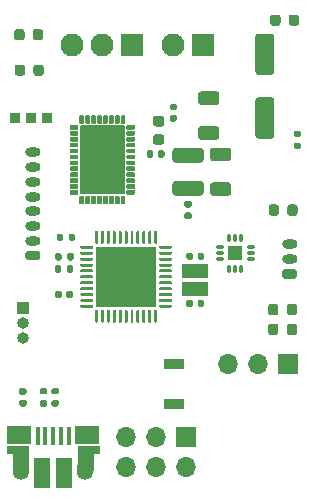
<source format=gbr>
%TF.GenerationSoftware,KiCad,Pcbnew,(5.1.9)-1*%
%TF.CreationDate,2021-05-05T16:58:35+02:00*%
%TF.ProjectId,Driverino,44726976-6572-4696-9e6f-2e6b69636164,rev?*%
%TF.SameCoordinates,Original*%
%TF.FileFunction,Soldermask,Top*%
%TF.FilePolarity,Negative*%
%FSLAX46Y46*%
G04 Gerber Fmt 4.6, Leading zero omitted, Abs format (unit mm)*
G04 Created by KiCad (PCBNEW (5.1.9)-1) date 2021-05-05 16:58:35*
%MOMM*%
%LPD*%
G01*
G04 APERTURE LIST*
%ADD10R,0.900000X0.900000*%
%ADD11O,1.000000X1.000000*%
%ADD12R,1.000000X1.000000*%
%ADD13R,2.200000X1.150000*%
%ADD14R,1.700000X1.700000*%
%ADD15O,1.700000X1.700000*%
%ADD16R,1.950000X1.950000*%
%ADD17C,1.950000*%
%ADD18C,0.540000*%
%ADD19R,1.350000X2.000000*%
%ADD20R,1.825000X0.700000*%
%ADD21R,2.000000X1.500000*%
%ADD22R,0.400000X1.650000*%
%ADD23O,1.100000X1.500000*%
%ADD24O,1.350000X1.700000*%
%ADD25R,1.430000X2.500000*%
%ADD26O,1.300000X0.800000*%
%ADD27R,1.700000X0.900000*%
%ADD28R,5.200000X5.200000*%
%ADD29O,0.800000X0.300000*%
%ADD30O,0.300000X0.800000*%
%ADD31R,1.300000X1.300000*%
G04 APERTURE END LIST*
%TO.C,F1*%
G36*
G01*
X133577500Y-109290000D02*
X133922500Y-109290000D01*
G75*
G02*
X134070000Y-109437500I0J-147500D01*
G01*
X134070000Y-109732500D01*
G75*
G02*
X133922500Y-109880000I-147500J0D01*
G01*
X133577500Y-109880000D01*
G75*
G02*
X133430000Y-109732500I0J147500D01*
G01*
X133430000Y-109437500D01*
G75*
G02*
X133577500Y-109290000I147500J0D01*
G01*
G37*
G36*
G01*
X133577500Y-108320000D02*
X133922500Y-108320000D01*
G75*
G02*
X134070000Y-108467500I0J-147500D01*
G01*
X134070000Y-108762500D01*
G75*
G02*
X133922500Y-108910000I-147500J0D01*
G01*
X133577500Y-108910000D01*
G75*
G02*
X133430000Y-108762500I0J147500D01*
G01*
X133430000Y-108467500D01*
G75*
G02*
X133577500Y-108320000I147500J0D01*
G01*
G37*
%TD*%
D10*
%TO.C,JP2*%
X133100000Y-85450000D03*
X135800000Y-85450000D03*
X134450000Y-85450000D03*
%TD*%
D11*
%TO.C,JP1*%
X133750000Y-104120000D03*
X133750000Y-102850000D03*
D12*
X133750000Y-101580000D03*
%TD*%
D13*
%TO.C,Y1*%
X148350000Y-98375000D03*
X148350000Y-99925000D03*
%TD*%
D14*
%TO.C,P2*%
X147540000Y-112480000D03*
D15*
X147540000Y-115020000D03*
X145000000Y-112480000D03*
X145000000Y-115020000D03*
X142460000Y-112480000D03*
X142460000Y-115020000D03*
%TD*%
D16*
%TO.C,P7*%
X143040000Y-79300000D03*
D17*
X140500000Y-79300000D03*
X137960000Y-79300000D03*
%TD*%
%TO.C,U3*%
G36*
G01*
X142608000Y-91555000D02*
X143192000Y-91555000D01*
G75*
G02*
X143270000Y-91633000I0J-78000D01*
G01*
X143270000Y-91867000D01*
G75*
G02*
X143192000Y-91945000I-78000J0D01*
G01*
X142608000Y-91945000D01*
G75*
G02*
X142530000Y-91867000I0J78000D01*
G01*
X142530000Y-91633000D01*
G75*
G02*
X142608000Y-91555000I78000J0D01*
G01*
G37*
G36*
G01*
X142608000Y-91055000D02*
X143192000Y-91055000D01*
G75*
G02*
X143270000Y-91133000I0J-78000D01*
G01*
X143270000Y-91367000D01*
G75*
G02*
X143192000Y-91445000I-78000J0D01*
G01*
X142608000Y-91445000D01*
G75*
G02*
X142530000Y-91367000I0J78000D01*
G01*
X142530000Y-91133000D01*
G75*
G02*
X142608000Y-91055000I78000J0D01*
G01*
G37*
G36*
G01*
X142608000Y-90555000D02*
X143192000Y-90555000D01*
G75*
G02*
X143270000Y-90633000I0J-78000D01*
G01*
X143270000Y-90867000D01*
G75*
G02*
X143192000Y-90945000I-78000J0D01*
G01*
X142608000Y-90945000D01*
G75*
G02*
X142530000Y-90867000I0J78000D01*
G01*
X142530000Y-90633000D01*
G75*
G02*
X142608000Y-90555000I78000J0D01*
G01*
G37*
G36*
G01*
X142608000Y-90055000D02*
X143192000Y-90055000D01*
G75*
G02*
X143270000Y-90133000I0J-78000D01*
G01*
X143270000Y-90367000D01*
G75*
G02*
X143192000Y-90445000I-78000J0D01*
G01*
X142608000Y-90445000D01*
G75*
G02*
X142530000Y-90367000I0J78000D01*
G01*
X142530000Y-90133000D01*
G75*
G02*
X142608000Y-90055000I78000J0D01*
G01*
G37*
G36*
G01*
X142608000Y-89555000D02*
X143192000Y-89555000D01*
G75*
G02*
X143270000Y-89633000I0J-78000D01*
G01*
X143270000Y-89867000D01*
G75*
G02*
X143192000Y-89945000I-78000J0D01*
G01*
X142608000Y-89945000D01*
G75*
G02*
X142530000Y-89867000I0J78000D01*
G01*
X142530000Y-89633000D01*
G75*
G02*
X142608000Y-89555000I78000J0D01*
G01*
G37*
G36*
G01*
X142608000Y-89055000D02*
X143192000Y-89055000D01*
G75*
G02*
X143270000Y-89133000I0J-78000D01*
G01*
X143270000Y-89367000D01*
G75*
G02*
X143192000Y-89445000I-78000J0D01*
G01*
X142608000Y-89445000D01*
G75*
G02*
X142530000Y-89367000I0J78000D01*
G01*
X142530000Y-89133000D01*
G75*
G02*
X142608000Y-89055000I78000J0D01*
G01*
G37*
G36*
G01*
X142608000Y-88555000D02*
X143192000Y-88555000D01*
G75*
G02*
X143270000Y-88633000I0J-78000D01*
G01*
X143270000Y-88867000D01*
G75*
G02*
X143192000Y-88945000I-78000J0D01*
G01*
X142608000Y-88945000D01*
G75*
G02*
X142530000Y-88867000I0J78000D01*
G01*
X142530000Y-88633000D01*
G75*
G02*
X142608000Y-88555000I78000J0D01*
G01*
G37*
G36*
G01*
X142608000Y-88055000D02*
X143192000Y-88055000D01*
G75*
G02*
X143270000Y-88133000I0J-78000D01*
G01*
X143270000Y-88367000D01*
G75*
G02*
X143192000Y-88445000I-78000J0D01*
G01*
X142608000Y-88445000D01*
G75*
G02*
X142530000Y-88367000I0J78000D01*
G01*
X142530000Y-88133000D01*
G75*
G02*
X142608000Y-88055000I78000J0D01*
G01*
G37*
G36*
G01*
X142608000Y-87555000D02*
X143192000Y-87555000D01*
G75*
G02*
X143270000Y-87633000I0J-78000D01*
G01*
X143270000Y-87867000D01*
G75*
G02*
X143192000Y-87945000I-78000J0D01*
G01*
X142608000Y-87945000D01*
G75*
G02*
X142530000Y-87867000I0J78000D01*
G01*
X142530000Y-87633000D01*
G75*
G02*
X142608000Y-87555000I78000J0D01*
G01*
G37*
G36*
G01*
X142608000Y-87055000D02*
X143192000Y-87055000D01*
G75*
G02*
X143270000Y-87133000I0J-78000D01*
G01*
X143270000Y-87367000D01*
G75*
G02*
X143192000Y-87445000I-78000J0D01*
G01*
X142608000Y-87445000D01*
G75*
G02*
X142530000Y-87367000I0J78000D01*
G01*
X142530000Y-87133000D01*
G75*
G02*
X142608000Y-87055000I78000J0D01*
G01*
G37*
G36*
G01*
X142608000Y-86555000D02*
X143192000Y-86555000D01*
G75*
G02*
X143270000Y-86633000I0J-78000D01*
G01*
X143270000Y-86867000D01*
G75*
G02*
X143192000Y-86945000I-78000J0D01*
G01*
X142608000Y-86945000D01*
G75*
G02*
X142530000Y-86867000I0J78000D01*
G01*
X142530000Y-86633000D01*
G75*
G02*
X142608000Y-86555000I78000J0D01*
G01*
G37*
G36*
G01*
X142608000Y-86055000D02*
X143192000Y-86055000D01*
G75*
G02*
X143270000Y-86133000I0J-78000D01*
G01*
X143270000Y-86367000D01*
G75*
G02*
X143192000Y-86445000I-78000J0D01*
G01*
X142608000Y-86445000D01*
G75*
G02*
X142530000Y-86367000I0J78000D01*
G01*
X142530000Y-86133000D01*
G75*
G02*
X142608000Y-86055000I78000J0D01*
G01*
G37*
G36*
G01*
X142055000Y-85892000D02*
X142055000Y-85308000D01*
G75*
G02*
X142133000Y-85230000I78000J0D01*
G01*
X142367000Y-85230000D01*
G75*
G02*
X142445000Y-85308000I0J-78000D01*
G01*
X142445000Y-85892000D01*
G75*
G02*
X142367000Y-85970000I-78000J0D01*
G01*
X142133000Y-85970000D01*
G75*
G02*
X142055000Y-85892000I0J78000D01*
G01*
G37*
G36*
G01*
X141555000Y-85892000D02*
X141555000Y-85308000D01*
G75*
G02*
X141633000Y-85230000I78000J0D01*
G01*
X141867000Y-85230000D01*
G75*
G02*
X141945000Y-85308000I0J-78000D01*
G01*
X141945000Y-85892000D01*
G75*
G02*
X141867000Y-85970000I-78000J0D01*
G01*
X141633000Y-85970000D01*
G75*
G02*
X141555000Y-85892000I0J78000D01*
G01*
G37*
G36*
G01*
X141055000Y-85892000D02*
X141055000Y-85308000D01*
G75*
G02*
X141133000Y-85230000I78000J0D01*
G01*
X141367000Y-85230000D01*
G75*
G02*
X141445000Y-85308000I0J-78000D01*
G01*
X141445000Y-85892000D01*
G75*
G02*
X141367000Y-85970000I-78000J0D01*
G01*
X141133000Y-85970000D01*
G75*
G02*
X141055000Y-85892000I0J78000D01*
G01*
G37*
G36*
G01*
X140555000Y-85892000D02*
X140555000Y-85308000D01*
G75*
G02*
X140633000Y-85230000I78000J0D01*
G01*
X140867000Y-85230000D01*
G75*
G02*
X140945000Y-85308000I0J-78000D01*
G01*
X140945000Y-85892000D01*
G75*
G02*
X140867000Y-85970000I-78000J0D01*
G01*
X140633000Y-85970000D01*
G75*
G02*
X140555000Y-85892000I0J78000D01*
G01*
G37*
G36*
G01*
X140055000Y-85892000D02*
X140055000Y-85308000D01*
G75*
G02*
X140133000Y-85230000I78000J0D01*
G01*
X140367000Y-85230000D01*
G75*
G02*
X140445000Y-85308000I0J-78000D01*
G01*
X140445000Y-85892000D01*
G75*
G02*
X140367000Y-85970000I-78000J0D01*
G01*
X140133000Y-85970000D01*
G75*
G02*
X140055000Y-85892000I0J78000D01*
G01*
G37*
G36*
G01*
X139555000Y-85892000D02*
X139555000Y-85308000D01*
G75*
G02*
X139633000Y-85230000I78000J0D01*
G01*
X139867000Y-85230000D01*
G75*
G02*
X139945000Y-85308000I0J-78000D01*
G01*
X139945000Y-85892000D01*
G75*
G02*
X139867000Y-85970000I-78000J0D01*
G01*
X139633000Y-85970000D01*
G75*
G02*
X139555000Y-85892000I0J78000D01*
G01*
G37*
G36*
G01*
X139055000Y-85892000D02*
X139055000Y-85308000D01*
G75*
G02*
X139133000Y-85230000I78000J0D01*
G01*
X139367000Y-85230000D01*
G75*
G02*
X139445000Y-85308000I0J-78000D01*
G01*
X139445000Y-85892000D01*
G75*
G02*
X139367000Y-85970000I-78000J0D01*
G01*
X139133000Y-85970000D01*
G75*
G02*
X139055000Y-85892000I0J78000D01*
G01*
G37*
G36*
G01*
X138555000Y-85892000D02*
X138555000Y-85308000D01*
G75*
G02*
X138633000Y-85230000I78000J0D01*
G01*
X138867000Y-85230000D01*
G75*
G02*
X138945000Y-85308000I0J-78000D01*
G01*
X138945000Y-85892000D01*
G75*
G02*
X138867000Y-85970000I-78000J0D01*
G01*
X138633000Y-85970000D01*
G75*
G02*
X138555000Y-85892000I0J78000D01*
G01*
G37*
G36*
G01*
X137808000Y-86055000D02*
X138392000Y-86055000D01*
G75*
G02*
X138470000Y-86133000I0J-78000D01*
G01*
X138470000Y-86367000D01*
G75*
G02*
X138392000Y-86445000I-78000J0D01*
G01*
X137808000Y-86445000D01*
G75*
G02*
X137730000Y-86367000I0J78000D01*
G01*
X137730000Y-86133000D01*
G75*
G02*
X137808000Y-86055000I78000J0D01*
G01*
G37*
G36*
G01*
X137808000Y-86555000D02*
X138392000Y-86555000D01*
G75*
G02*
X138470000Y-86633000I0J-78000D01*
G01*
X138470000Y-86867000D01*
G75*
G02*
X138392000Y-86945000I-78000J0D01*
G01*
X137808000Y-86945000D01*
G75*
G02*
X137730000Y-86867000I0J78000D01*
G01*
X137730000Y-86633000D01*
G75*
G02*
X137808000Y-86555000I78000J0D01*
G01*
G37*
G36*
G01*
X137808000Y-87055000D02*
X138392000Y-87055000D01*
G75*
G02*
X138470000Y-87133000I0J-78000D01*
G01*
X138470000Y-87367000D01*
G75*
G02*
X138392000Y-87445000I-78000J0D01*
G01*
X137808000Y-87445000D01*
G75*
G02*
X137730000Y-87367000I0J78000D01*
G01*
X137730000Y-87133000D01*
G75*
G02*
X137808000Y-87055000I78000J0D01*
G01*
G37*
G36*
G01*
X137808000Y-87555000D02*
X138392000Y-87555000D01*
G75*
G02*
X138470000Y-87633000I0J-78000D01*
G01*
X138470000Y-87867000D01*
G75*
G02*
X138392000Y-87945000I-78000J0D01*
G01*
X137808000Y-87945000D01*
G75*
G02*
X137730000Y-87867000I0J78000D01*
G01*
X137730000Y-87633000D01*
G75*
G02*
X137808000Y-87555000I78000J0D01*
G01*
G37*
G36*
G01*
X137808000Y-88055000D02*
X138392000Y-88055000D01*
G75*
G02*
X138470000Y-88133000I0J-78000D01*
G01*
X138470000Y-88367000D01*
G75*
G02*
X138392000Y-88445000I-78000J0D01*
G01*
X137808000Y-88445000D01*
G75*
G02*
X137730000Y-88367000I0J78000D01*
G01*
X137730000Y-88133000D01*
G75*
G02*
X137808000Y-88055000I78000J0D01*
G01*
G37*
G36*
G01*
X137808000Y-88555000D02*
X138392000Y-88555000D01*
G75*
G02*
X138470000Y-88633000I0J-78000D01*
G01*
X138470000Y-88867000D01*
G75*
G02*
X138392000Y-88945000I-78000J0D01*
G01*
X137808000Y-88945000D01*
G75*
G02*
X137730000Y-88867000I0J78000D01*
G01*
X137730000Y-88633000D01*
G75*
G02*
X137808000Y-88555000I78000J0D01*
G01*
G37*
G36*
G01*
X137808000Y-89055000D02*
X138392000Y-89055000D01*
G75*
G02*
X138470000Y-89133000I0J-78000D01*
G01*
X138470000Y-89367000D01*
G75*
G02*
X138392000Y-89445000I-78000J0D01*
G01*
X137808000Y-89445000D01*
G75*
G02*
X137730000Y-89367000I0J78000D01*
G01*
X137730000Y-89133000D01*
G75*
G02*
X137808000Y-89055000I78000J0D01*
G01*
G37*
G36*
G01*
X137808000Y-89555000D02*
X138392000Y-89555000D01*
G75*
G02*
X138470000Y-89633000I0J-78000D01*
G01*
X138470000Y-89867000D01*
G75*
G02*
X138392000Y-89945000I-78000J0D01*
G01*
X137808000Y-89945000D01*
G75*
G02*
X137730000Y-89867000I0J78000D01*
G01*
X137730000Y-89633000D01*
G75*
G02*
X137808000Y-89555000I78000J0D01*
G01*
G37*
G36*
G01*
X137808000Y-90055000D02*
X138392000Y-90055000D01*
G75*
G02*
X138470000Y-90133000I0J-78000D01*
G01*
X138470000Y-90367000D01*
G75*
G02*
X138392000Y-90445000I-78000J0D01*
G01*
X137808000Y-90445000D01*
G75*
G02*
X137730000Y-90367000I0J78000D01*
G01*
X137730000Y-90133000D01*
G75*
G02*
X137808000Y-90055000I78000J0D01*
G01*
G37*
G36*
G01*
X137808000Y-90555000D02*
X138392000Y-90555000D01*
G75*
G02*
X138470000Y-90633000I0J-78000D01*
G01*
X138470000Y-90867000D01*
G75*
G02*
X138392000Y-90945000I-78000J0D01*
G01*
X137808000Y-90945000D01*
G75*
G02*
X137730000Y-90867000I0J78000D01*
G01*
X137730000Y-90633000D01*
G75*
G02*
X137808000Y-90555000I78000J0D01*
G01*
G37*
G36*
G01*
X137808000Y-91055000D02*
X138392000Y-91055000D01*
G75*
G02*
X138470000Y-91133000I0J-78000D01*
G01*
X138470000Y-91367000D01*
G75*
G02*
X138392000Y-91445000I-78000J0D01*
G01*
X137808000Y-91445000D01*
G75*
G02*
X137730000Y-91367000I0J78000D01*
G01*
X137730000Y-91133000D01*
G75*
G02*
X137808000Y-91055000I78000J0D01*
G01*
G37*
G36*
G01*
X137808000Y-91555000D02*
X138392000Y-91555000D01*
G75*
G02*
X138470000Y-91633000I0J-78000D01*
G01*
X138470000Y-91867000D01*
G75*
G02*
X138392000Y-91945000I-78000J0D01*
G01*
X137808000Y-91945000D01*
G75*
G02*
X137730000Y-91867000I0J78000D01*
G01*
X137730000Y-91633000D01*
G75*
G02*
X137808000Y-91555000I78000J0D01*
G01*
G37*
G36*
G01*
X138555000Y-92692000D02*
X138555000Y-92108000D01*
G75*
G02*
X138633000Y-92030000I78000J0D01*
G01*
X138867000Y-92030000D01*
G75*
G02*
X138945000Y-92108000I0J-78000D01*
G01*
X138945000Y-92692000D01*
G75*
G02*
X138867000Y-92770000I-78000J0D01*
G01*
X138633000Y-92770000D01*
G75*
G02*
X138555000Y-92692000I0J78000D01*
G01*
G37*
G36*
G01*
X139055000Y-92692000D02*
X139055000Y-92108000D01*
G75*
G02*
X139133000Y-92030000I78000J0D01*
G01*
X139367000Y-92030000D01*
G75*
G02*
X139445000Y-92108000I0J-78000D01*
G01*
X139445000Y-92692000D01*
G75*
G02*
X139367000Y-92770000I-78000J0D01*
G01*
X139133000Y-92770000D01*
G75*
G02*
X139055000Y-92692000I0J78000D01*
G01*
G37*
G36*
G01*
X139555000Y-92692000D02*
X139555000Y-92108000D01*
G75*
G02*
X139633000Y-92030000I78000J0D01*
G01*
X139867000Y-92030000D01*
G75*
G02*
X139945000Y-92108000I0J-78000D01*
G01*
X139945000Y-92692000D01*
G75*
G02*
X139867000Y-92770000I-78000J0D01*
G01*
X139633000Y-92770000D01*
G75*
G02*
X139555000Y-92692000I0J78000D01*
G01*
G37*
G36*
G01*
X140055000Y-92692000D02*
X140055000Y-92108000D01*
G75*
G02*
X140133000Y-92030000I78000J0D01*
G01*
X140367000Y-92030000D01*
G75*
G02*
X140445000Y-92108000I0J-78000D01*
G01*
X140445000Y-92692000D01*
G75*
G02*
X140367000Y-92770000I-78000J0D01*
G01*
X140133000Y-92770000D01*
G75*
G02*
X140055000Y-92692000I0J78000D01*
G01*
G37*
G36*
G01*
X140555000Y-92692000D02*
X140555000Y-92108000D01*
G75*
G02*
X140633000Y-92030000I78000J0D01*
G01*
X140867000Y-92030000D01*
G75*
G02*
X140945000Y-92108000I0J-78000D01*
G01*
X140945000Y-92692000D01*
G75*
G02*
X140867000Y-92770000I-78000J0D01*
G01*
X140633000Y-92770000D01*
G75*
G02*
X140555000Y-92692000I0J78000D01*
G01*
G37*
G36*
G01*
X141055000Y-92692000D02*
X141055000Y-92108000D01*
G75*
G02*
X141133000Y-92030000I78000J0D01*
G01*
X141367000Y-92030000D01*
G75*
G02*
X141445000Y-92108000I0J-78000D01*
G01*
X141445000Y-92692000D01*
G75*
G02*
X141367000Y-92770000I-78000J0D01*
G01*
X141133000Y-92770000D01*
G75*
G02*
X141055000Y-92692000I0J78000D01*
G01*
G37*
G36*
G01*
X141555000Y-92692000D02*
X141555000Y-92108000D01*
G75*
G02*
X141633000Y-92030000I78000J0D01*
G01*
X141867000Y-92030000D01*
G75*
G02*
X141945000Y-92108000I0J-78000D01*
G01*
X141945000Y-92692000D01*
G75*
G02*
X141867000Y-92770000I-78000J0D01*
G01*
X141633000Y-92770000D01*
G75*
G02*
X141555000Y-92692000I0J78000D01*
G01*
G37*
G36*
G01*
X142055000Y-92692000D02*
X142055000Y-92108000D01*
G75*
G02*
X142133000Y-92030000I78000J0D01*
G01*
X142367000Y-92030000D01*
G75*
G02*
X142445000Y-92108000I0J-78000D01*
G01*
X142445000Y-92692000D01*
G75*
G02*
X142367000Y-92770000I-78000J0D01*
G01*
X142133000Y-92770000D01*
G75*
G02*
X142055000Y-92692000I0J78000D01*
G01*
G37*
G36*
G01*
X142420000Y-86150000D02*
X142420000Y-91850000D01*
G75*
G02*
X142350000Y-91920000I-70000J0D01*
G01*
X138650000Y-91920000D01*
G75*
G02*
X138580000Y-91850000I0J70000D01*
G01*
X138580000Y-86150000D01*
G75*
G02*
X138650000Y-86080000I70000J0D01*
G01*
X142350000Y-86080000D01*
G75*
G02*
X142420000Y-86150000I0J-70000D01*
G01*
G37*
D18*
X139875000Y-89000000D03*
X141125000Y-89000000D03*
X142100000Y-89000000D03*
X138900000Y-89000000D03*
X139875000Y-90350000D03*
X141125000Y-90350000D03*
X142100000Y-90350000D03*
X138900000Y-90350000D03*
X139875000Y-91600000D03*
X141125000Y-91600000D03*
X139875000Y-87650000D03*
X141125000Y-87650000D03*
X142100000Y-87650000D03*
X138900000Y-87650000D03*
X139875000Y-86400000D03*
X141125000Y-86400000D03*
%TD*%
%TO.C,C8*%
G36*
G01*
X136490000Y-100570000D02*
X136490000Y-100230000D01*
G75*
G02*
X136630000Y-100090000I140000J0D01*
G01*
X136910000Y-100090000D01*
G75*
G02*
X137050000Y-100230000I0J-140000D01*
G01*
X137050000Y-100570000D01*
G75*
G02*
X136910000Y-100710000I-140000J0D01*
G01*
X136630000Y-100710000D01*
G75*
G02*
X136490000Y-100570000I0J140000D01*
G01*
G37*
G36*
G01*
X137450000Y-100570000D02*
X137450000Y-100230000D01*
G75*
G02*
X137590000Y-100090000I140000J0D01*
G01*
X137870000Y-100090000D01*
G75*
G02*
X138010000Y-100230000I0J-140000D01*
G01*
X138010000Y-100570000D01*
G75*
G02*
X137870000Y-100710000I-140000J0D01*
G01*
X137590000Y-100710000D01*
G75*
G02*
X137450000Y-100570000I0J140000D01*
G01*
G37*
%TD*%
%TO.C,C10*%
G36*
G01*
X147590000Y-101320000D02*
X147590000Y-100980000D01*
G75*
G02*
X147730000Y-100840000I140000J0D01*
G01*
X148010000Y-100840000D01*
G75*
G02*
X148150000Y-100980000I0J-140000D01*
G01*
X148150000Y-101320000D01*
G75*
G02*
X148010000Y-101460000I-140000J0D01*
G01*
X147730000Y-101460000D01*
G75*
G02*
X147590000Y-101320000I0J140000D01*
G01*
G37*
G36*
G01*
X148550000Y-101320000D02*
X148550000Y-100980000D01*
G75*
G02*
X148690000Y-100840000I140000J0D01*
G01*
X148970000Y-100840000D01*
G75*
G02*
X149110000Y-100980000I0J-140000D01*
G01*
X149110000Y-101320000D01*
G75*
G02*
X148970000Y-101460000I-140000J0D01*
G01*
X148690000Y-101460000D01*
G75*
G02*
X148550000Y-101320000I0J140000D01*
G01*
G37*
%TD*%
%TO.C,C11*%
G36*
G01*
X148550000Y-97320000D02*
X148550000Y-96980000D01*
G75*
G02*
X148690000Y-96840000I140000J0D01*
G01*
X148970000Y-96840000D01*
G75*
G02*
X149110000Y-96980000I0J-140000D01*
G01*
X149110000Y-97320000D01*
G75*
G02*
X148970000Y-97460000I-140000J0D01*
G01*
X148690000Y-97460000D01*
G75*
G02*
X148550000Y-97320000I0J140000D01*
G01*
G37*
G36*
G01*
X147590000Y-97320000D02*
X147590000Y-96980000D01*
G75*
G02*
X147730000Y-96840000I140000J0D01*
G01*
X148010000Y-96840000D01*
G75*
G02*
X148150000Y-96980000I0J-140000D01*
G01*
X148150000Y-97320000D01*
G75*
G02*
X148010000Y-97460000I-140000J0D01*
G01*
X147730000Y-97460000D01*
G75*
G02*
X147590000Y-97320000I0J140000D01*
G01*
G37*
%TD*%
%TO.C,C17*%
G36*
G01*
X154800000Y-87200000D02*
X153700000Y-87200000D01*
G75*
G02*
X153450000Y-86950000I0J250000D01*
G01*
X153450000Y-83950000D01*
G75*
G02*
X153700000Y-83700000I250000J0D01*
G01*
X154800000Y-83700000D01*
G75*
G02*
X155050000Y-83950000I0J-250000D01*
G01*
X155050000Y-86950000D01*
G75*
G02*
X154800000Y-87200000I-250000J0D01*
G01*
G37*
G36*
G01*
X154800000Y-81800000D02*
X153700000Y-81800000D01*
G75*
G02*
X153450000Y-81550000I0J250000D01*
G01*
X153450000Y-78550000D01*
G75*
G02*
X153700000Y-78300000I250000J0D01*
G01*
X154800000Y-78300000D01*
G75*
G02*
X155050000Y-78550000I0J-250000D01*
G01*
X155050000Y-81550000D01*
G75*
G02*
X154800000Y-81800000I-250000J0D01*
G01*
G37*
%TD*%
%TO.C,C18*%
G36*
G01*
X150150001Y-84350000D02*
X148849999Y-84350000D01*
G75*
G02*
X148600000Y-84100001I0J249999D01*
G01*
X148600000Y-83449999D01*
G75*
G02*
X148849999Y-83200000I249999J0D01*
G01*
X150150001Y-83200000D01*
G75*
G02*
X150400000Y-83449999I0J-249999D01*
G01*
X150400000Y-84100001D01*
G75*
G02*
X150150001Y-84350000I-249999J0D01*
G01*
G37*
G36*
G01*
X150150001Y-87300000D02*
X148849999Y-87300000D01*
G75*
G02*
X148600000Y-87050001I0J249999D01*
G01*
X148600000Y-86399999D01*
G75*
G02*
X148849999Y-86150000I249999J0D01*
G01*
X150150001Y-86150000D01*
G75*
G02*
X150400000Y-86399999I0J-249999D01*
G01*
X150400000Y-87050001D01*
G75*
G02*
X150150001Y-87300000I-249999J0D01*
G01*
G37*
%TD*%
%TO.C,C19*%
G36*
G01*
X145500000Y-87725000D02*
X145000000Y-87725000D01*
G75*
G02*
X144775000Y-87500000I0J225000D01*
G01*
X144775000Y-87050000D01*
G75*
G02*
X145000000Y-86825000I225000J0D01*
G01*
X145500000Y-86825000D01*
G75*
G02*
X145725000Y-87050000I0J-225000D01*
G01*
X145725000Y-87500000D01*
G75*
G02*
X145500000Y-87725000I-225000J0D01*
G01*
G37*
G36*
G01*
X145500000Y-86175000D02*
X145000000Y-86175000D01*
G75*
G02*
X144775000Y-85950000I0J225000D01*
G01*
X144775000Y-85500000D01*
G75*
G02*
X145000000Y-85275000I225000J0D01*
G01*
X145500000Y-85275000D01*
G75*
G02*
X145725000Y-85500000I0J-225000D01*
G01*
X145725000Y-85950000D01*
G75*
G02*
X145500000Y-86175000I-225000J0D01*
G01*
G37*
%TD*%
%TO.C,C20*%
G36*
G01*
X146670000Y-85760000D02*
X146330000Y-85760000D01*
G75*
G02*
X146190000Y-85620000I0J140000D01*
G01*
X146190000Y-85340000D01*
G75*
G02*
X146330000Y-85200000I140000J0D01*
G01*
X146670000Y-85200000D01*
G75*
G02*
X146810000Y-85340000I0J-140000D01*
G01*
X146810000Y-85620000D01*
G75*
G02*
X146670000Y-85760000I-140000J0D01*
G01*
G37*
G36*
G01*
X146670000Y-84800000D02*
X146330000Y-84800000D01*
G75*
G02*
X146190000Y-84660000I0J140000D01*
G01*
X146190000Y-84380000D01*
G75*
G02*
X146330000Y-84240000I140000J0D01*
G01*
X146670000Y-84240000D01*
G75*
G02*
X146810000Y-84380000I0J-140000D01*
G01*
X146810000Y-84660000D01*
G75*
G02*
X146670000Y-84800000I-140000J0D01*
G01*
G37*
%TD*%
%TO.C,C21*%
G36*
G01*
X145200000Y-88670000D02*
X145200000Y-88330000D01*
G75*
G02*
X145340000Y-88190000I140000J0D01*
G01*
X145620000Y-88190000D01*
G75*
G02*
X145760000Y-88330000I0J-140000D01*
G01*
X145760000Y-88670000D01*
G75*
G02*
X145620000Y-88810000I-140000J0D01*
G01*
X145340000Y-88810000D01*
G75*
G02*
X145200000Y-88670000I0J140000D01*
G01*
G37*
G36*
G01*
X144240000Y-88670000D02*
X144240000Y-88330000D01*
G75*
G02*
X144380000Y-88190000I140000J0D01*
G01*
X144660000Y-88190000D01*
G75*
G02*
X144800000Y-88330000I0J-140000D01*
G01*
X144800000Y-88670000D01*
G75*
G02*
X144660000Y-88810000I-140000J0D01*
G01*
X144380000Y-88810000D01*
G75*
G02*
X144240000Y-88670000I0J140000D01*
G01*
G37*
%TD*%
%TO.C,C22*%
G36*
G01*
X149849999Y-87950000D02*
X151150001Y-87950000D01*
G75*
G02*
X151400000Y-88199999I0J-249999D01*
G01*
X151400000Y-88850001D01*
G75*
G02*
X151150001Y-89100000I-249999J0D01*
G01*
X149849999Y-89100000D01*
G75*
G02*
X149600000Y-88850001I0J249999D01*
G01*
X149600000Y-88199999D01*
G75*
G02*
X149849999Y-87950000I249999J0D01*
G01*
G37*
G36*
G01*
X149849999Y-90900000D02*
X151150001Y-90900000D01*
G75*
G02*
X151400000Y-91149999I0J-249999D01*
G01*
X151400000Y-91800001D01*
G75*
G02*
X151150001Y-92050000I-249999J0D01*
G01*
X149849999Y-92050000D01*
G75*
G02*
X149600000Y-91800001I0J249999D01*
G01*
X149600000Y-91149999D01*
G75*
G02*
X149849999Y-90900000I249999J0D01*
G01*
G37*
%TD*%
%TO.C,D2*%
G36*
G01*
X156100000Y-101931250D02*
X156100000Y-101418750D01*
G75*
G02*
X156318750Y-101200000I218750J0D01*
G01*
X156756250Y-101200000D01*
G75*
G02*
X156975000Y-101418750I0J-218750D01*
G01*
X156975000Y-101931250D01*
G75*
G02*
X156756250Y-102150000I-218750J0D01*
G01*
X156318750Y-102150000D01*
G75*
G02*
X156100000Y-101931250I0J218750D01*
G01*
G37*
G36*
G01*
X154525000Y-101931250D02*
X154525000Y-101418750D01*
G75*
G02*
X154743750Y-101200000I218750J0D01*
G01*
X155181250Y-101200000D01*
G75*
G02*
X155400000Y-101418750I0J-218750D01*
G01*
X155400000Y-101931250D01*
G75*
G02*
X155181250Y-102150000I-218750J0D01*
G01*
X154743750Y-102150000D01*
G75*
G02*
X154525000Y-101931250I0J218750D01*
G01*
G37*
%TD*%
%TO.C,D3*%
G36*
G01*
X156150000Y-93506250D02*
X156150000Y-92993750D01*
G75*
G02*
X156368750Y-92775000I218750J0D01*
G01*
X156806250Y-92775000D01*
G75*
G02*
X157025000Y-92993750I0J-218750D01*
G01*
X157025000Y-93506250D01*
G75*
G02*
X156806250Y-93725000I-218750J0D01*
G01*
X156368750Y-93725000D01*
G75*
G02*
X156150000Y-93506250I0J218750D01*
G01*
G37*
G36*
G01*
X154575000Y-93506250D02*
X154575000Y-92993750D01*
G75*
G02*
X154793750Y-92775000I218750J0D01*
G01*
X155231250Y-92775000D01*
G75*
G02*
X155450000Y-92993750I0J-218750D01*
G01*
X155450000Y-93506250D01*
G75*
G02*
X155231250Y-93725000I-218750J0D01*
G01*
X154793750Y-93725000D01*
G75*
G02*
X154575000Y-93506250I0J218750D01*
G01*
G37*
%TD*%
%TO.C,D5*%
G36*
G01*
X135475000Y-78143750D02*
X135475000Y-78656250D01*
G75*
G02*
X135256250Y-78875000I-218750J0D01*
G01*
X134818750Y-78875000D01*
G75*
G02*
X134600000Y-78656250I0J218750D01*
G01*
X134600000Y-78143750D01*
G75*
G02*
X134818750Y-77925000I218750J0D01*
G01*
X135256250Y-77925000D01*
G75*
G02*
X135475000Y-78143750I0J-218750D01*
G01*
G37*
G36*
G01*
X133900000Y-78143750D02*
X133900000Y-78656250D01*
G75*
G02*
X133681250Y-78875000I-218750J0D01*
G01*
X133243750Y-78875000D01*
G75*
G02*
X133025000Y-78656250I0J218750D01*
G01*
X133025000Y-78143750D01*
G75*
G02*
X133243750Y-77925000I218750J0D01*
G01*
X133681250Y-77925000D01*
G75*
G02*
X133900000Y-78143750I0J-218750D01*
G01*
G37*
%TD*%
%TO.C,D6*%
G36*
G01*
X154525000Y-103606250D02*
X154525000Y-103093750D01*
G75*
G02*
X154743750Y-102875000I218750J0D01*
G01*
X155181250Y-102875000D01*
G75*
G02*
X155400000Y-103093750I0J-218750D01*
G01*
X155400000Y-103606250D01*
G75*
G02*
X155181250Y-103825000I-218750J0D01*
G01*
X154743750Y-103825000D01*
G75*
G02*
X154525000Y-103606250I0J218750D01*
G01*
G37*
G36*
G01*
X156100000Y-103606250D02*
X156100000Y-103093750D01*
G75*
G02*
X156318750Y-102875000I218750J0D01*
G01*
X156756250Y-102875000D01*
G75*
G02*
X156975000Y-103093750I0J-218750D01*
G01*
X156975000Y-103606250D01*
G75*
G02*
X156756250Y-103825000I-218750J0D01*
G01*
X156318750Y-103825000D01*
G75*
G02*
X156100000Y-103606250I0J218750D01*
G01*
G37*
%TD*%
%TO.C,D7*%
G36*
G01*
X156275000Y-77431250D02*
X156275000Y-76918750D01*
G75*
G02*
X156493750Y-76700000I218750J0D01*
G01*
X156931250Y-76700000D01*
G75*
G02*
X157150000Y-76918750I0J-218750D01*
G01*
X157150000Y-77431250D01*
G75*
G02*
X156931250Y-77650000I-218750J0D01*
G01*
X156493750Y-77650000D01*
G75*
G02*
X156275000Y-77431250I0J218750D01*
G01*
G37*
G36*
G01*
X154700000Y-77431250D02*
X154700000Y-76918750D01*
G75*
G02*
X154918750Y-76700000I218750J0D01*
G01*
X155356250Y-76700000D01*
G75*
G02*
X155575000Y-76918750I0J-218750D01*
G01*
X155575000Y-77431250D01*
G75*
G02*
X155356250Y-77650000I-218750J0D01*
G01*
X154918750Y-77650000D01*
G75*
G02*
X154700000Y-77431250I0J218750D01*
G01*
G37*
%TD*%
%TO.C,D8*%
G36*
G01*
X135525000Y-81143750D02*
X135525000Y-81656250D01*
G75*
G02*
X135306250Y-81875000I-218750J0D01*
G01*
X134868750Y-81875000D01*
G75*
G02*
X134650000Y-81656250I0J218750D01*
G01*
X134650000Y-81143750D01*
G75*
G02*
X134868750Y-80925000I218750J0D01*
G01*
X135306250Y-80925000D01*
G75*
G02*
X135525000Y-81143750I0J-218750D01*
G01*
G37*
G36*
G01*
X133950000Y-81143750D02*
X133950000Y-81656250D01*
G75*
G02*
X133731250Y-81875000I-218750J0D01*
G01*
X133293750Y-81875000D01*
G75*
G02*
X133075000Y-81656250I0J218750D01*
G01*
X133075000Y-81143750D01*
G75*
G02*
X133293750Y-80925000I218750J0D01*
G01*
X133731250Y-80925000D01*
G75*
G02*
X133950000Y-81143750I0J-218750D01*
G01*
G37*
%TD*%
%TO.C,F2*%
G36*
G01*
X147922500Y-94030000D02*
X147577500Y-94030000D01*
G75*
G02*
X147430000Y-93882500I0J147500D01*
G01*
X147430000Y-93587500D01*
G75*
G02*
X147577500Y-93440000I147500J0D01*
G01*
X147922500Y-93440000D01*
G75*
G02*
X148070000Y-93587500I0J-147500D01*
G01*
X148070000Y-93882500D01*
G75*
G02*
X147922500Y-94030000I-147500J0D01*
G01*
G37*
G36*
G01*
X147922500Y-93060000D02*
X147577500Y-93060000D01*
G75*
G02*
X147430000Y-92912500I0J147500D01*
G01*
X147430000Y-92617500D01*
G75*
G02*
X147577500Y-92470000I147500J0D01*
G01*
X147922500Y-92470000D01*
G75*
G02*
X148070000Y-92617500I0J-147500D01*
G01*
X148070000Y-92912500D01*
G75*
G02*
X147922500Y-93060000I-147500J0D01*
G01*
G37*
%TD*%
%TO.C,L2*%
G36*
G01*
X146675000Y-87975000D02*
X148825000Y-87975000D01*
G75*
G02*
X149075000Y-88225000I0J-250000D01*
G01*
X149075000Y-88975000D01*
G75*
G02*
X148825000Y-89225000I-250000J0D01*
G01*
X146675000Y-89225000D01*
G75*
G02*
X146425000Y-88975000I0J250000D01*
G01*
X146425000Y-88225000D01*
G75*
G02*
X146675000Y-87975000I250000J0D01*
G01*
G37*
G36*
G01*
X146675000Y-90775000D02*
X148825000Y-90775000D01*
G75*
G02*
X149075000Y-91025000I0J-250000D01*
G01*
X149075000Y-91775000D01*
G75*
G02*
X148825000Y-92025000I-250000J0D01*
G01*
X146675000Y-92025000D01*
G75*
G02*
X146425000Y-91775000I0J250000D01*
G01*
X146425000Y-91025000D01*
G75*
G02*
X146675000Y-90775000I250000J0D01*
G01*
G37*
%TD*%
D14*
%TO.C,P1*%
X156200000Y-106250000D03*
D15*
X153660000Y-106250000D03*
X151120000Y-106250000D03*
%TD*%
D19*
%TO.C,P3*%
X139075000Y-114335000D03*
X133595000Y-114335000D03*
D20*
X133375000Y-113585000D03*
X139325000Y-113585000D03*
D21*
X133475000Y-112285000D03*
X139225000Y-112265000D03*
D22*
X135025000Y-112385000D03*
X135675000Y-112385000D03*
X136325000Y-112385000D03*
X136975000Y-112385000D03*
X137625000Y-112385000D03*
D23*
X133905000Y-112265000D03*
X138745000Y-112265000D03*
D24*
X133595000Y-115265000D03*
X139055000Y-115265000D03*
D25*
X135365000Y-115535000D03*
X137285000Y-115535000D03*
%TD*%
%TO.C,P4*%
G36*
G01*
X156800000Y-99050000D02*
X155900000Y-99050000D01*
G75*
G02*
X155700000Y-98850000I0J200000D01*
G01*
X155700000Y-98450000D01*
G75*
G02*
X155900000Y-98250000I200000J0D01*
G01*
X156800000Y-98250000D01*
G75*
G02*
X157000000Y-98450000I0J-200000D01*
G01*
X157000000Y-98850000D01*
G75*
G02*
X156800000Y-99050000I-200000J0D01*
G01*
G37*
D26*
X156350000Y-97400000D03*
X156350000Y-96150000D03*
%TD*%
D16*
%TO.C,P5*%
X149000000Y-79250000D03*
D17*
X146460000Y-79250000D03*
%TD*%
%TO.C,P6*%
G36*
G01*
X135050000Y-97500000D02*
X134150000Y-97500000D01*
G75*
G02*
X133950000Y-97300000I0J200000D01*
G01*
X133950000Y-96900000D01*
G75*
G02*
X134150000Y-96700000I200000J0D01*
G01*
X135050000Y-96700000D01*
G75*
G02*
X135250000Y-96900000I0J-200000D01*
G01*
X135250000Y-97300000D01*
G75*
G02*
X135050000Y-97500000I-200000J0D01*
G01*
G37*
D26*
X134600000Y-95850000D03*
X134600000Y-94600000D03*
X134600000Y-93350000D03*
X134600000Y-92100000D03*
X134600000Y-90850000D03*
X134600000Y-89600000D03*
X134600000Y-88350000D03*
%TD*%
%TO.C,R4*%
G36*
G01*
X137035000Y-97015000D02*
X137035000Y-97385000D01*
G75*
G02*
X136900000Y-97520000I-135000J0D01*
G01*
X136630000Y-97520000D01*
G75*
G02*
X136495000Y-97385000I0J135000D01*
G01*
X136495000Y-97015000D01*
G75*
G02*
X136630000Y-96880000I135000J0D01*
G01*
X136900000Y-96880000D01*
G75*
G02*
X137035000Y-97015000I0J-135000D01*
G01*
G37*
G36*
G01*
X138055000Y-97015000D02*
X138055000Y-97385000D01*
G75*
G02*
X137920000Y-97520000I-135000J0D01*
G01*
X137650000Y-97520000D01*
G75*
G02*
X137515000Y-97385000I0J135000D01*
G01*
X137515000Y-97015000D01*
G75*
G02*
X137650000Y-96880000I135000J0D01*
G01*
X137920000Y-96880000D01*
G75*
G02*
X138055000Y-97015000I0J-135000D01*
G01*
G37*
%TD*%
%TO.C,R7*%
G36*
G01*
X137640000Y-95747500D02*
X137640000Y-95377500D01*
G75*
G02*
X137775000Y-95242500I135000J0D01*
G01*
X138045000Y-95242500D01*
G75*
G02*
X138180000Y-95377500I0J-135000D01*
G01*
X138180000Y-95747500D01*
G75*
G02*
X138045000Y-95882500I-135000J0D01*
G01*
X137775000Y-95882500D01*
G75*
G02*
X137640000Y-95747500I0J135000D01*
G01*
G37*
G36*
G01*
X136620000Y-95747500D02*
X136620000Y-95377500D01*
G75*
G02*
X136755000Y-95242500I135000J0D01*
G01*
X137025000Y-95242500D01*
G75*
G02*
X137160000Y-95377500I0J-135000D01*
G01*
X137160000Y-95747500D01*
G75*
G02*
X137025000Y-95882500I-135000J0D01*
G01*
X136755000Y-95882500D01*
G75*
G02*
X136620000Y-95747500I0J135000D01*
G01*
G37*
%TD*%
%TO.C,R8*%
G36*
G01*
X138030000Y-98065000D02*
X138030000Y-98435000D01*
G75*
G02*
X137895000Y-98570000I-135000J0D01*
G01*
X137625000Y-98570000D01*
G75*
G02*
X137490000Y-98435000I0J135000D01*
G01*
X137490000Y-98065000D01*
G75*
G02*
X137625000Y-97930000I135000J0D01*
G01*
X137895000Y-97930000D01*
G75*
G02*
X138030000Y-98065000I0J-135000D01*
G01*
G37*
G36*
G01*
X137010000Y-98065000D02*
X137010000Y-98435000D01*
G75*
G02*
X136875000Y-98570000I-135000J0D01*
G01*
X136605000Y-98570000D01*
G75*
G02*
X136470000Y-98435000I0J135000D01*
G01*
X136470000Y-98065000D01*
G75*
G02*
X136605000Y-97930000I135000J0D01*
G01*
X136875000Y-97930000D01*
G75*
G02*
X137010000Y-98065000I0J-135000D01*
G01*
G37*
%TD*%
%TO.C,R12*%
G36*
G01*
X135685000Y-109880000D02*
X135315000Y-109880000D01*
G75*
G02*
X135180000Y-109745000I0J135000D01*
G01*
X135180000Y-109475000D01*
G75*
G02*
X135315000Y-109340000I135000J0D01*
G01*
X135685000Y-109340000D01*
G75*
G02*
X135820000Y-109475000I0J-135000D01*
G01*
X135820000Y-109745000D01*
G75*
G02*
X135685000Y-109880000I-135000J0D01*
G01*
G37*
G36*
G01*
X135685000Y-108860000D02*
X135315000Y-108860000D01*
G75*
G02*
X135180000Y-108725000I0J135000D01*
G01*
X135180000Y-108455000D01*
G75*
G02*
X135315000Y-108320000I135000J0D01*
G01*
X135685000Y-108320000D01*
G75*
G02*
X135820000Y-108455000I0J-135000D01*
G01*
X135820000Y-108725000D01*
G75*
G02*
X135685000Y-108860000I-135000J0D01*
G01*
G37*
%TD*%
%TO.C,R13*%
G36*
G01*
X136685000Y-109880000D02*
X136315000Y-109880000D01*
G75*
G02*
X136180000Y-109745000I0J135000D01*
G01*
X136180000Y-109475000D01*
G75*
G02*
X136315000Y-109340000I135000J0D01*
G01*
X136685000Y-109340000D01*
G75*
G02*
X136820000Y-109475000I0J-135000D01*
G01*
X136820000Y-109745000D01*
G75*
G02*
X136685000Y-109880000I-135000J0D01*
G01*
G37*
G36*
G01*
X136685000Y-108860000D02*
X136315000Y-108860000D01*
G75*
G02*
X136180000Y-108725000I0J135000D01*
G01*
X136180000Y-108455000D01*
G75*
G02*
X136315000Y-108320000I135000J0D01*
G01*
X136685000Y-108320000D01*
G75*
G02*
X136820000Y-108455000I0J-135000D01*
G01*
X136820000Y-108725000D01*
G75*
G02*
X136685000Y-108860000I-135000J0D01*
G01*
G37*
%TD*%
%TO.C,R26*%
G36*
G01*
X156815000Y-87540000D02*
X157185000Y-87540000D01*
G75*
G02*
X157320000Y-87675000I0J-135000D01*
G01*
X157320000Y-87945000D01*
G75*
G02*
X157185000Y-88080000I-135000J0D01*
G01*
X156815000Y-88080000D01*
G75*
G02*
X156680000Y-87945000I0J135000D01*
G01*
X156680000Y-87675000D01*
G75*
G02*
X156815000Y-87540000I135000J0D01*
G01*
G37*
G36*
G01*
X156815000Y-86520000D02*
X157185000Y-86520000D01*
G75*
G02*
X157320000Y-86655000I0J-135000D01*
G01*
X157320000Y-86925000D01*
G75*
G02*
X157185000Y-87060000I-135000J0D01*
G01*
X156815000Y-87060000D01*
G75*
G02*
X156680000Y-86925000I0J135000D01*
G01*
X156680000Y-86655000D01*
G75*
G02*
X156815000Y-86520000I135000J0D01*
G01*
G37*
%TD*%
D27*
%TO.C,SW1*%
X146550000Y-106250000D03*
X146550000Y-109650000D03*
%TD*%
%TO.C,U1*%
G36*
G01*
X140062500Y-102775000D02*
X139937500Y-102775000D01*
G75*
G02*
X139875000Y-102712500I0J62500D01*
G01*
X139875000Y-101762500D01*
G75*
G02*
X139937500Y-101700000I62500J0D01*
G01*
X140062500Y-101700000D01*
G75*
G02*
X140125000Y-101762500I0J-62500D01*
G01*
X140125000Y-102712500D01*
G75*
G02*
X140062500Y-102775000I-62500J0D01*
G01*
G37*
G36*
G01*
X140562500Y-102775000D02*
X140437500Y-102775000D01*
G75*
G02*
X140375000Y-102712500I0J62500D01*
G01*
X140375000Y-101762500D01*
G75*
G02*
X140437500Y-101700000I62500J0D01*
G01*
X140562500Y-101700000D01*
G75*
G02*
X140625000Y-101762500I0J-62500D01*
G01*
X140625000Y-102712500D01*
G75*
G02*
X140562500Y-102775000I-62500J0D01*
G01*
G37*
G36*
G01*
X141062500Y-102775000D02*
X140937500Y-102775000D01*
G75*
G02*
X140875000Y-102712500I0J62500D01*
G01*
X140875000Y-101762500D01*
G75*
G02*
X140937500Y-101700000I62500J0D01*
G01*
X141062500Y-101700000D01*
G75*
G02*
X141125000Y-101762500I0J-62500D01*
G01*
X141125000Y-102712500D01*
G75*
G02*
X141062500Y-102775000I-62500J0D01*
G01*
G37*
G36*
G01*
X141562500Y-102775000D02*
X141437500Y-102775000D01*
G75*
G02*
X141375000Y-102712500I0J62500D01*
G01*
X141375000Y-101762500D01*
G75*
G02*
X141437500Y-101700000I62500J0D01*
G01*
X141562500Y-101700000D01*
G75*
G02*
X141625000Y-101762500I0J-62500D01*
G01*
X141625000Y-102712500D01*
G75*
G02*
X141562500Y-102775000I-62500J0D01*
G01*
G37*
G36*
G01*
X142062500Y-102775000D02*
X141937500Y-102775000D01*
G75*
G02*
X141875000Y-102712500I0J62500D01*
G01*
X141875000Y-101762500D01*
G75*
G02*
X141937500Y-101700000I62500J0D01*
G01*
X142062500Y-101700000D01*
G75*
G02*
X142125000Y-101762500I0J-62500D01*
G01*
X142125000Y-102712500D01*
G75*
G02*
X142062500Y-102775000I-62500J0D01*
G01*
G37*
G36*
G01*
X142562500Y-102775000D02*
X142437500Y-102775000D01*
G75*
G02*
X142375000Y-102712500I0J62500D01*
G01*
X142375000Y-101762500D01*
G75*
G02*
X142437500Y-101700000I62500J0D01*
G01*
X142562500Y-101700000D01*
G75*
G02*
X142625000Y-101762500I0J-62500D01*
G01*
X142625000Y-102712500D01*
G75*
G02*
X142562500Y-102775000I-62500J0D01*
G01*
G37*
G36*
G01*
X143062500Y-102775000D02*
X142937500Y-102775000D01*
G75*
G02*
X142875000Y-102712500I0J62500D01*
G01*
X142875000Y-101762500D01*
G75*
G02*
X142937500Y-101700000I62500J0D01*
G01*
X143062500Y-101700000D01*
G75*
G02*
X143125000Y-101762500I0J-62500D01*
G01*
X143125000Y-102712500D01*
G75*
G02*
X143062500Y-102775000I-62500J0D01*
G01*
G37*
G36*
G01*
X143562500Y-102775000D02*
X143437500Y-102775000D01*
G75*
G02*
X143375000Y-102712500I0J62500D01*
G01*
X143375000Y-101762500D01*
G75*
G02*
X143437500Y-101700000I62500J0D01*
G01*
X143562500Y-101700000D01*
G75*
G02*
X143625000Y-101762500I0J-62500D01*
G01*
X143625000Y-102712500D01*
G75*
G02*
X143562500Y-102775000I-62500J0D01*
G01*
G37*
G36*
G01*
X144062500Y-102775000D02*
X143937500Y-102775000D01*
G75*
G02*
X143875000Y-102712500I0J62500D01*
G01*
X143875000Y-101762500D01*
G75*
G02*
X143937500Y-101700000I62500J0D01*
G01*
X144062500Y-101700000D01*
G75*
G02*
X144125000Y-101762500I0J-62500D01*
G01*
X144125000Y-102712500D01*
G75*
G02*
X144062500Y-102775000I-62500J0D01*
G01*
G37*
G36*
G01*
X144562500Y-102775000D02*
X144437500Y-102775000D01*
G75*
G02*
X144375000Y-102712500I0J62500D01*
G01*
X144375000Y-101762500D01*
G75*
G02*
X144437500Y-101700000I62500J0D01*
G01*
X144562500Y-101700000D01*
G75*
G02*
X144625000Y-101762500I0J-62500D01*
G01*
X144625000Y-102712500D01*
G75*
G02*
X144562500Y-102775000I-62500J0D01*
G01*
G37*
G36*
G01*
X145062500Y-102775000D02*
X144937500Y-102775000D01*
G75*
G02*
X144875000Y-102712500I0J62500D01*
G01*
X144875000Y-101762500D01*
G75*
G02*
X144937500Y-101700000I62500J0D01*
G01*
X145062500Y-101700000D01*
G75*
G02*
X145125000Y-101762500I0J-62500D01*
G01*
X145125000Y-102712500D01*
G75*
G02*
X145062500Y-102775000I-62500J0D01*
G01*
G37*
G36*
G01*
X146312500Y-101525000D02*
X145362500Y-101525000D01*
G75*
G02*
X145300000Y-101462500I0J62500D01*
G01*
X145300000Y-101337500D01*
G75*
G02*
X145362500Y-101275000I62500J0D01*
G01*
X146312500Y-101275000D01*
G75*
G02*
X146375000Y-101337500I0J-62500D01*
G01*
X146375000Y-101462500D01*
G75*
G02*
X146312500Y-101525000I-62500J0D01*
G01*
G37*
G36*
G01*
X146312500Y-101025000D02*
X145362500Y-101025000D01*
G75*
G02*
X145300000Y-100962500I0J62500D01*
G01*
X145300000Y-100837500D01*
G75*
G02*
X145362500Y-100775000I62500J0D01*
G01*
X146312500Y-100775000D01*
G75*
G02*
X146375000Y-100837500I0J-62500D01*
G01*
X146375000Y-100962500D01*
G75*
G02*
X146312500Y-101025000I-62500J0D01*
G01*
G37*
G36*
G01*
X146312500Y-100525000D02*
X145362500Y-100525000D01*
G75*
G02*
X145300000Y-100462500I0J62500D01*
G01*
X145300000Y-100337500D01*
G75*
G02*
X145362500Y-100275000I62500J0D01*
G01*
X146312500Y-100275000D01*
G75*
G02*
X146375000Y-100337500I0J-62500D01*
G01*
X146375000Y-100462500D01*
G75*
G02*
X146312500Y-100525000I-62500J0D01*
G01*
G37*
G36*
G01*
X146312500Y-100025000D02*
X145362500Y-100025000D01*
G75*
G02*
X145300000Y-99962500I0J62500D01*
G01*
X145300000Y-99837500D01*
G75*
G02*
X145362500Y-99775000I62500J0D01*
G01*
X146312500Y-99775000D01*
G75*
G02*
X146375000Y-99837500I0J-62500D01*
G01*
X146375000Y-99962500D01*
G75*
G02*
X146312500Y-100025000I-62500J0D01*
G01*
G37*
G36*
G01*
X146312500Y-99525000D02*
X145362500Y-99525000D01*
G75*
G02*
X145300000Y-99462500I0J62500D01*
G01*
X145300000Y-99337500D01*
G75*
G02*
X145362500Y-99275000I62500J0D01*
G01*
X146312500Y-99275000D01*
G75*
G02*
X146375000Y-99337500I0J-62500D01*
G01*
X146375000Y-99462500D01*
G75*
G02*
X146312500Y-99525000I-62500J0D01*
G01*
G37*
G36*
G01*
X146312500Y-99025000D02*
X145362500Y-99025000D01*
G75*
G02*
X145300000Y-98962500I0J62500D01*
G01*
X145300000Y-98837500D01*
G75*
G02*
X145362500Y-98775000I62500J0D01*
G01*
X146312500Y-98775000D01*
G75*
G02*
X146375000Y-98837500I0J-62500D01*
G01*
X146375000Y-98962500D01*
G75*
G02*
X146312500Y-99025000I-62500J0D01*
G01*
G37*
G36*
G01*
X146312500Y-98525000D02*
X145362500Y-98525000D01*
G75*
G02*
X145300000Y-98462500I0J62500D01*
G01*
X145300000Y-98337500D01*
G75*
G02*
X145362500Y-98275000I62500J0D01*
G01*
X146312500Y-98275000D01*
G75*
G02*
X146375000Y-98337500I0J-62500D01*
G01*
X146375000Y-98462500D01*
G75*
G02*
X146312500Y-98525000I-62500J0D01*
G01*
G37*
G36*
G01*
X146312500Y-98025000D02*
X145362500Y-98025000D01*
G75*
G02*
X145300000Y-97962500I0J62500D01*
G01*
X145300000Y-97837500D01*
G75*
G02*
X145362500Y-97775000I62500J0D01*
G01*
X146312500Y-97775000D01*
G75*
G02*
X146375000Y-97837500I0J-62500D01*
G01*
X146375000Y-97962500D01*
G75*
G02*
X146312500Y-98025000I-62500J0D01*
G01*
G37*
G36*
G01*
X146312500Y-97525000D02*
X145362500Y-97525000D01*
G75*
G02*
X145300000Y-97462500I0J62500D01*
G01*
X145300000Y-97337500D01*
G75*
G02*
X145362500Y-97275000I62500J0D01*
G01*
X146312500Y-97275000D01*
G75*
G02*
X146375000Y-97337500I0J-62500D01*
G01*
X146375000Y-97462500D01*
G75*
G02*
X146312500Y-97525000I-62500J0D01*
G01*
G37*
G36*
G01*
X146312500Y-97025000D02*
X145362500Y-97025000D01*
G75*
G02*
X145300000Y-96962500I0J62500D01*
G01*
X145300000Y-96837500D01*
G75*
G02*
X145362500Y-96775000I62500J0D01*
G01*
X146312500Y-96775000D01*
G75*
G02*
X146375000Y-96837500I0J-62500D01*
G01*
X146375000Y-96962500D01*
G75*
G02*
X146312500Y-97025000I-62500J0D01*
G01*
G37*
G36*
G01*
X146312500Y-96525000D02*
X145362500Y-96525000D01*
G75*
G02*
X145300000Y-96462500I0J62500D01*
G01*
X145300000Y-96337500D01*
G75*
G02*
X145362500Y-96275000I62500J0D01*
G01*
X146312500Y-96275000D01*
G75*
G02*
X146375000Y-96337500I0J-62500D01*
G01*
X146375000Y-96462500D01*
G75*
G02*
X146312500Y-96525000I-62500J0D01*
G01*
G37*
G36*
G01*
X145062500Y-96100000D02*
X144937500Y-96100000D01*
G75*
G02*
X144875000Y-96037500I0J62500D01*
G01*
X144875000Y-95087500D01*
G75*
G02*
X144937500Y-95025000I62500J0D01*
G01*
X145062500Y-95025000D01*
G75*
G02*
X145125000Y-95087500I0J-62500D01*
G01*
X145125000Y-96037500D01*
G75*
G02*
X145062500Y-96100000I-62500J0D01*
G01*
G37*
G36*
G01*
X144562500Y-96100000D02*
X144437500Y-96100000D01*
G75*
G02*
X144375000Y-96037500I0J62500D01*
G01*
X144375000Y-95087500D01*
G75*
G02*
X144437500Y-95025000I62500J0D01*
G01*
X144562500Y-95025000D01*
G75*
G02*
X144625000Y-95087500I0J-62500D01*
G01*
X144625000Y-96037500D01*
G75*
G02*
X144562500Y-96100000I-62500J0D01*
G01*
G37*
G36*
G01*
X144062500Y-96100000D02*
X143937500Y-96100000D01*
G75*
G02*
X143875000Y-96037500I0J62500D01*
G01*
X143875000Y-95087500D01*
G75*
G02*
X143937500Y-95025000I62500J0D01*
G01*
X144062500Y-95025000D01*
G75*
G02*
X144125000Y-95087500I0J-62500D01*
G01*
X144125000Y-96037500D01*
G75*
G02*
X144062500Y-96100000I-62500J0D01*
G01*
G37*
G36*
G01*
X143562500Y-96100000D02*
X143437500Y-96100000D01*
G75*
G02*
X143375000Y-96037500I0J62500D01*
G01*
X143375000Y-95087500D01*
G75*
G02*
X143437500Y-95025000I62500J0D01*
G01*
X143562500Y-95025000D01*
G75*
G02*
X143625000Y-95087500I0J-62500D01*
G01*
X143625000Y-96037500D01*
G75*
G02*
X143562500Y-96100000I-62500J0D01*
G01*
G37*
G36*
G01*
X143062500Y-96100000D02*
X142937500Y-96100000D01*
G75*
G02*
X142875000Y-96037500I0J62500D01*
G01*
X142875000Y-95087500D01*
G75*
G02*
X142937500Y-95025000I62500J0D01*
G01*
X143062500Y-95025000D01*
G75*
G02*
X143125000Y-95087500I0J-62500D01*
G01*
X143125000Y-96037500D01*
G75*
G02*
X143062500Y-96100000I-62500J0D01*
G01*
G37*
G36*
G01*
X142562500Y-96100000D02*
X142437500Y-96100000D01*
G75*
G02*
X142375000Y-96037500I0J62500D01*
G01*
X142375000Y-95087500D01*
G75*
G02*
X142437500Y-95025000I62500J0D01*
G01*
X142562500Y-95025000D01*
G75*
G02*
X142625000Y-95087500I0J-62500D01*
G01*
X142625000Y-96037500D01*
G75*
G02*
X142562500Y-96100000I-62500J0D01*
G01*
G37*
G36*
G01*
X142062500Y-96100000D02*
X141937500Y-96100000D01*
G75*
G02*
X141875000Y-96037500I0J62500D01*
G01*
X141875000Y-95087500D01*
G75*
G02*
X141937500Y-95025000I62500J0D01*
G01*
X142062500Y-95025000D01*
G75*
G02*
X142125000Y-95087500I0J-62500D01*
G01*
X142125000Y-96037500D01*
G75*
G02*
X142062500Y-96100000I-62500J0D01*
G01*
G37*
G36*
G01*
X141562500Y-96100000D02*
X141437500Y-96100000D01*
G75*
G02*
X141375000Y-96037500I0J62500D01*
G01*
X141375000Y-95087500D01*
G75*
G02*
X141437500Y-95025000I62500J0D01*
G01*
X141562500Y-95025000D01*
G75*
G02*
X141625000Y-95087500I0J-62500D01*
G01*
X141625000Y-96037500D01*
G75*
G02*
X141562500Y-96100000I-62500J0D01*
G01*
G37*
G36*
G01*
X141062500Y-96100000D02*
X140937500Y-96100000D01*
G75*
G02*
X140875000Y-96037500I0J62500D01*
G01*
X140875000Y-95087500D01*
G75*
G02*
X140937500Y-95025000I62500J0D01*
G01*
X141062500Y-95025000D01*
G75*
G02*
X141125000Y-95087500I0J-62500D01*
G01*
X141125000Y-96037500D01*
G75*
G02*
X141062500Y-96100000I-62500J0D01*
G01*
G37*
G36*
G01*
X140562500Y-96100000D02*
X140437500Y-96100000D01*
G75*
G02*
X140375000Y-96037500I0J62500D01*
G01*
X140375000Y-95087500D01*
G75*
G02*
X140437500Y-95025000I62500J0D01*
G01*
X140562500Y-95025000D01*
G75*
G02*
X140625000Y-95087500I0J-62500D01*
G01*
X140625000Y-96037500D01*
G75*
G02*
X140562500Y-96100000I-62500J0D01*
G01*
G37*
G36*
G01*
X140062500Y-96100000D02*
X139937500Y-96100000D01*
G75*
G02*
X139875000Y-96037500I0J62500D01*
G01*
X139875000Y-95087500D01*
G75*
G02*
X139937500Y-95025000I62500J0D01*
G01*
X140062500Y-95025000D01*
G75*
G02*
X140125000Y-95087500I0J-62500D01*
G01*
X140125000Y-96037500D01*
G75*
G02*
X140062500Y-96100000I-62500J0D01*
G01*
G37*
G36*
G01*
X139637500Y-96525000D02*
X138687500Y-96525000D01*
G75*
G02*
X138625000Y-96462500I0J62500D01*
G01*
X138625000Y-96337500D01*
G75*
G02*
X138687500Y-96275000I62500J0D01*
G01*
X139637500Y-96275000D01*
G75*
G02*
X139700000Y-96337500I0J-62500D01*
G01*
X139700000Y-96462500D01*
G75*
G02*
X139637500Y-96525000I-62500J0D01*
G01*
G37*
G36*
G01*
X139637500Y-97025000D02*
X138687500Y-97025000D01*
G75*
G02*
X138625000Y-96962500I0J62500D01*
G01*
X138625000Y-96837500D01*
G75*
G02*
X138687500Y-96775000I62500J0D01*
G01*
X139637500Y-96775000D01*
G75*
G02*
X139700000Y-96837500I0J-62500D01*
G01*
X139700000Y-96962500D01*
G75*
G02*
X139637500Y-97025000I-62500J0D01*
G01*
G37*
G36*
G01*
X139637500Y-97525000D02*
X138687500Y-97525000D01*
G75*
G02*
X138625000Y-97462500I0J62500D01*
G01*
X138625000Y-97337500D01*
G75*
G02*
X138687500Y-97275000I62500J0D01*
G01*
X139637500Y-97275000D01*
G75*
G02*
X139700000Y-97337500I0J-62500D01*
G01*
X139700000Y-97462500D01*
G75*
G02*
X139637500Y-97525000I-62500J0D01*
G01*
G37*
G36*
G01*
X139637500Y-98025000D02*
X138687500Y-98025000D01*
G75*
G02*
X138625000Y-97962500I0J62500D01*
G01*
X138625000Y-97837500D01*
G75*
G02*
X138687500Y-97775000I62500J0D01*
G01*
X139637500Y-97775000D01*
G75*
G02*
X139700000Y-97837500I0J-62500D01*
G01*
X139700000Y-97962500D01*
G75*
G02*
X139637500Y-98025000I-62500J0D01*
G01*
G37*
G36*
G01*
X139637500Y-98525000D02*
X138687500Y-98525000D01*
G75*
G02*
X138625000Y-98462500I0J62500D01*
G01*
X138625000Y-98337500D01*
G75*
G02*
X138687500Y-98275000I62500J0D01*
G01*
X139637500Y-98275000D01*
G75*
G02*
X139700000Y-98337500I0J-62500D01*
G01*
X139700000Y-98462500D01*
G75*
G02*
X139637500Y-98525000I-62500J0D01*
G01*
G37*
G36*
G01*
X139637500Y-99025000D02*
X138687500Y-99025000D01*
G75*
G02*
X138625000Y-98962500I0J62500D01*
G01*
X138625000Y-98837500D01*
G75*
G02*
X138687500Y-98775000I62500J0D01*
G01*
X139637500Y-98775000D01*
G75*
G02*
X139700000Y-98837500I0J-62500D01*
G01*
X139700000Y-98962500D01*
G75*
G02*
X139637500Y-99025000I-62500J0D01*
G01*
G37*
G36*
G01*
X139637500Y-99525000D02*
X138687500Y-99525000D01*
G75*
G02*
X138625000Y-99462500I0J62500D01*
G01*
X138625000Y-99337500D01*
G75*
G02*
X138687500Y-99275000I62500J0D01*
G01*
X139637500Y-99275000D01*
G75*
G02*
X139700000Y-99337500I0J-62500D01*
G01*
X139700000Y-99462500D01*
G75*
G02*
X139637500Y-99525000I-62500J0D01*
G01*
G37*
G36*
G01*
X139637500Y-100025000D02*
X138687500Y-100025000D01*
G75*
G02*
X138625000Y-99962500I0J62500D01*
G01*
X138625000Y-99837500D01*
G75*
G02*
X138687500Y-99775000I62500J0D01*
G01*
X139637500Y-99775000D01*
G75*
G02*
X139700000Y-99837500I0J-62500D01*
G01*
X139700000Y-99962500D01*
G75*
G02*
X139637500Y-100025000I-62500J0D01*
G01*
G37*
G36*
G01*
X139637500Y-100525000D02*
X138687500Y-100525000D01*
G75*
G02*
X138625000Y-100462500I0J62500D01*
G01*
X138625000Y-100337500D01*
G75*
G02*
X138687500Y-100275000I62500J0D01*
G01*
X139637500Y-100275000D01*
G75*
G02*
X139700000Y-100337500I0J-62500D01*
G01*
X139700000Y-100462500D01*
G75*
G02*
X139637500Y-100525000I-62500J0D01*
G01*
G37*
G36*
G01*
X139637500Y-101025000D02*
X138687500Y-101025000D01*
G75*
G02*
X138625000Y-100962500I0J62500D01*
G01*
X138625000Y-100837500D01*
G75*
G02*
X138687500Y-100775000I62500J0D01*
G01*
X139637500Y-100775000D01*
G75*
G02*
X139700000Y-100837500I0J-62500D01*
G01*
X139700000Y-100962500D01*
G75*
G02*
X139637500Y-101025000I-62500J0D01*
G01*
G37*
G36*
G01*
X139637500Y-101525000D02*
X138687500Y-101525000D01*
G75*
G02*
X138625000Y-101462500I0J62500D01*
G01*
X138625000Y-101337500D01*
G75*
G02*
X138687500Y-101275000I62500J0D01*
G01*
X139637500Y-101275000D01*
G75*
G02*
X139700000Y-101337500I0J-62500D01*
G01*
X139700000Y-101462500D01*
G75*
G02*
X139637500Y-101525000I-62500J0D01*
G01*
G37*
D28*
X142500000Y-98900000D03*
%TD*%
D29*
%TO.C,U2*%
X150450000Y-96400000D03*
X150450000Y-96900000D03*
X150450000Y-97400000D03*
D30*
X151250000Y-98200000D03*
X151750000Y-98200000D03*
X152250000Y-98200000D03*
D29*
X153050000Y-97400000D03*
X153050000Y-96900000D03*
X153050000Y-96400000D03*
D30*
X152250000Y-95600000D03*
X151750000Y-95600000D03*
X151250000Y-95600000D03*
D31*
X151750000Y-96900000D03*
%TD*%
M02*

</source>
